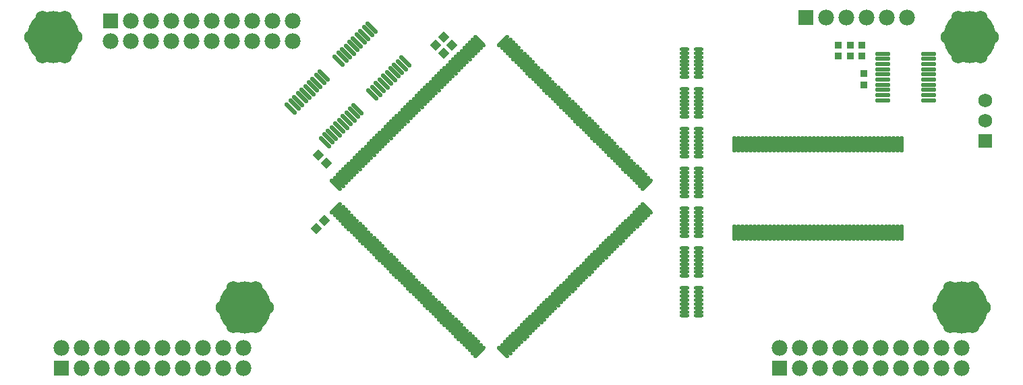
<source format=gts>
%FSLAX44Y44*%
%MOMM*%
G71*
G01*
G75*
G04 Layer_Color=8388736*
%ADD10O,1.7000X0.3500*%
%ADD11R,0.7620X0.7620*%
%ADD12O,1.0000X0.3000*%
%ADD13P,1.0776X4X180.0*%
G04:AMPARAMS|DCode=14|XSize=0.35mm|YSize=1.8mm|CornerRadius=0mm|HoleSize=0mm|Usage=FLASHONLY|Rotation=225.000|XOffset=0mm|YOffset=0mm|HoleType=Round|Shape=Round|*
%AMOVALD14*
21,1,1.4500,0.3500,0.0000,0.0000,315.0*
1,1,0.3500,-0.5127,0.5127*
1,1,0.3500,0.5127,-0.5127*
%
%ADD14OVALD14*%

G04:AMPARAMS|DCode=15|XSize=0.3mm|YSize=1.8mm|CornerRadius=0mm|HoleSize=0mm|Usage=FLASHONLY|Rotation=135.000|XOffset=0mm|YOffset=0mm|HoleType=Round|Shape=Round|*
%AMOVALD15*
21,1,1.5000,0.3000,0.0000,0.0000,225.0*
1,1,0.3000,0.5303,0.5303*
1,1,0.3000,-0.5303,-0.5303*
%
%ADD15OVALD15*%

G04:AMPARAMS|DCode=16|XSize=0.3mm|YSize=1.8mm|CornerRadius=0mm|HoleSize=0mm|Usage=FLASHONLY|Rotation=45.000|XOffset=0mm|YOffset=0mm|HoleType=Round|Shape=Round|*
%AMOVALD16*
21,1,1.5000,0.3000,0.0000,0.0000,135.0*
1,1,0.3000,0.5303,-0.5303*
1,1,0.3000,-0.5303,0.5303*
%
%ADD16OVALD16*%

%ADD17P,1.0776X4X90.0*%
%ADD18O,0.3000X1.9000*%
%ADD19C,0.2000*%
%ADD20C,0.3000*%
%ADD21R,2.1650X2.4540*%
%ADD22R,2.4665X2.5737*%
%ADD23R,2.1110X2.7620*%
%ADD24R,2.0555X2.7112*%
%ADD25C,1.5240*%
%ADD26C,6.3500*%
%ADD27C,1.7780*%
%ADD28R,1.7780X1.7780*%
%ADD29R,1.5240X1.5240*%
%ADD30R,1.7780X1.7780*%
%ADD31C,0.5000*%
%ADD32C,0.6600*%
%ADD33R,1.5000X1.3000*%
G04:AMPARAMS|DCode=34|XSize=0.7mm|YSize=2.1mm|CornerRadius=0mm|HoleSize=0mm|Usage=FLASHONLY|Rotation=135.000|XOffset=0mm|YOffset=0mm|HoleType=Round|Shape=Round|*
%AMOVALD34*
21,1,1.4000,0.7000,0.0000,0.0000,225.0*
1,1,0.7000,0.4950,0.4950*
1,1,0.7000,-0.4950,-0.4950*
%
%ADD34OVALD34*%

%ADD35R,0.7620X0.7620*%
G04:AMPARAMS|DCode=36|XSize=1.016mm|YSize=1.27mm|CornerRadius=0mm|HoleSize=0mm|Usage=FLASHONLY|Rotation=225.000|XOffset=0mm|YOffset=0mm|HoleType=Round|Shape=Rectangle|*
%AMROTATEDRECTD36*
4,1,4,-0.0898,0.8082,0.8082,-0.0898,0.0898,-0.8082,-0.8082,0.0898,-0.0898,0.8082,0.0*
%
%ADD36ROTATEDRECTD36*%

G04:AMPARAMS|DCode=37|XSize=1.3mm|YSize=2mm|CornerRadius=0mm|HoleSize=0mm|Usage=FLASHONLY|Rotation=315.000|XOffset=0mm|YOffset=0mm|HoleType=Round|Shape=Rectangle|*
%AMROTATEDRECTD37*
4,1,4,-1.1667,-0.2475,0.2475,1.1667,1.1667,0.2475,-0.2475,-1.1667,-1.1667,-0.2475,0.0*
%
%ADD37ROTATEDRECTD37*%

G04:AMPARAMS|DCode=38|XSize=1.3mm|YSize=2mm|CornerRadius=0mm|HoleSize=0mm|Usage=FLASHONLY|Rotation=315.000|XOffset=0mm|YOffset=0mm|HoleType=Round|Shape=Round|*
%AMOVALD38*
21,1,0.7000,1.3000,0.0000,0.0000,45.0*
1,1,1.3000,-0.2475,-0.2475*
1,1,1.3000,0.2475,0.2475*
%
%ADD38OVALD38*%

%ADD39R,1.6500X2.3000*%
%ADD40O,0.8000X0.3000*%
%ADD41O,0.3000X0.8000*%
%ADD42R,1.6000X1.6000*%
%ADD43R,1.2700X1.0160*%
G04:AMPARAMS|DCode=44|XSize=1.016mm|YSize=1.27mm|CornerRadius=0mm|HoleSize=0mm|Usage=FLASHONLY|Rotation=135.000|XOffset=0mm|YOffset=0mm|HoleType=Round|Shape=Rectangle|*
%AMROTATEDRECTD44*
4,1,4,0.8082,0.0898,-0.0898,-0.8082,-0.8082,-0.0898,0.0898,0.8082,0.8082,0.0898,0.0*
%
%ADD44ROTATEDRECTD44*%

%ADD45R,1.0160X1.2700*%
%ADD46R,1.3000X1.5000*%
%ADD47C,0.4000*%
%ADD48C,2.0000*%
%ADD49C,0.1270*%
%ADD50C,0.6000*%
%ADD51C,0.2500*%
%ADD52C,0.2540*%
%ADD53C,0.1500*%
%ADD54C,0.5000*%
%ADD55O,1.9032X0.5532*%
%ADD56R,0.9652X0.9652*%
%ADD57O,1.2032X0.5032*%
%ADD58P,1.3650X4X180.0*%
G04:AMPARAMS|DCode=59|XSize=0.5532mm|YSize=2.0032mm|CornerRadius=0mm|HoleSize=0mm|Usage=FLASHONLY|Rotation=225.000|XOffset=0mm|YOffset=0mm|HoleType=Round|Shape=Round|*
%AMOVALD59*
21,1,1.4500,0.5532,0.0000,0.0000,315.0*
1,1,0.5532,-0.5127,0.5127*
1,1,0.5532,0.5127,-0.5127*
%
%ADD59OVALD59*%

G04:AMPARAMS|DCode=60|XSize=0.5032mm|YSize=2.0032mm|CornerRadius=0mm|HoleSize=0mm|Usage=FLASHONLY|Rotation=135.000|XOffset=0mm|YOffset=0mm|HoleType=Round|Shape=Round|*
%AMOVALD60*
21,1,1.5000,0.5032,0.0000,0.0000,225.0*
1,1,0.5032,0.5303,0.5303*
1,1,0.5032,-0.5303,-0.5303*
%
%ADD60OVALD60*%

G04:AMPARAMS|DCode=61|XSize=0.5032mm|YSize=2.0032mm|CornerRadius=0mm|HoleSize=0mm|Usage=FLASHONLY|Rotation=45.000|XOffset=0mm|YOffset=0mm|HoleType=Round|Shape=Round|*
%AMOVALD61*
21,1,1.5000,0.5032,0.0000,0.0000,135.0*
1,1,0.5032,0.5303,-0.5303*
1,1,0.5032,-0.5303,0.5303*
%
%ADD61OVALD61*%

%ADD62P,1.3650X4X90.0*%
%ADD63O,0.5032X2.1032*%
%ADD64C,1.7272*%
%ADD65C,6.5532*%
%ADD66C,1.9812*%
%ADD67R,1.9812X1.9812*%
%ADD68R,1.7272X1.7272*%
%ADD69R,1.9812X1.9812*%
D55*
X1091500Y429250D02*
D03*
X1091500Y422750D02*
D03*
X1091500Y416250D02*
D03*
X1091500Y409750D02*
D03*
Y403250D02*
D03*
Y396750D02*
D03*
Y390250D02*
D03*
X1091500Y383750D02*
D03*
X1091500Y377250D02*
D03*
X1091500Y370750D02*
D03*
X1148500Y429250D02*
D03*
X1148500Y422750D02*
D03*
X1148500Y416250D02*
D03*
X1148500Y409750D02*
D03*
Y403250D02*
D03*
Y396750D02*
D03*
Y390250D02*
D03*
X1148500Y383750D02*
D03*
X1148500Y377250D02*
D03*
X1148500Y370750D02*
D03*
D56*
X1067000Y390000D02*
D03*
Y403970D02*
D03*
X1065127Y425983D02*
D03*
Y439953D02*
D03*
X1050127Y425983D02*
D03*
Y439953D02*
D03*
X1035127Y425983D02*
D03*
Y439953D02*
D03*
D57*
X860000Y100000D02*
D03*
Y105000D02*
D03*
Y110000D02*
D03*
Y115000D02*
D03*
Y120000D02*
D03*
Y125000D02*
D03*
Y130000D02*
D03*
Y135000D02*
D03*
X842194D02*
D03*
Y130000D02*
D03*
Y125000D02*
D03*
Y120000D02*
D03*
Y115000D02*
D03*
Y110000D02*
D03*
Y105000D02*
D03*
Y100000D02*
D03*
X860000Y150000D02*
D03*
Y155000D02*
D03*
Y160000D02*
D03*
Y165000D02*
D03*
Y170000D02*
D03*
Y175000D02*
D03*
Y180000D02*
D03*
Y185000D02*
D03*
X842194D02*
D03*
Y180000D02*
D03*
Y175000D02*
D03*
Y170000D02*
D03*
Y165000D02*
D03*
Y160000D02*
D03*
Y155000D02*
D03*
Y150000D02*
D03*
X860000Y200000D02*
D03*
Y205000D02*
D03*
Y210000D02*
D03*
Y215000D02*
D03*
Y220000D02*
D03*
Y225000D02*
D03*
Y230000D02*
D03*
Y235000D02*
D03*
X842194D02*
D03*
Y230000D02*
D03*
Y225000D02*
D03*
Y220000D02*
D03*
Y215000D02*
D03*
Y210000D02*
D03*
Y205000D02*
D03*
Y200000D02*
D03*
X860000Y250000D02*
D03*
Y255000D02*
D03*
Y260000D02*
D03*
Y265000D02*
D03*
Y270000D02*
D03*
Y275000D02*
D03*
Y280000D02*
D03*
Y285000D02*
D03*
X842194D02*
D03*
Y280000D02*
D03*
Y275000D02*
D03*
Y270000D02*
D03*
Y265000D02*
D03*
Y260000D02*
D03*
Y255000D02*
D03*
Y250000D02*
D03*
X860000Y400000D02*
D03*
Y405000D02*
D03*
Y410000D02*
D03*
Y415000D02*
D03*
Y420000D02*
D03*
Y425000D02*
D03*
Y430000D02*
D03*
Y435000D02*
D03*
X842194D02*
D03*
Y430000D02*
D03*
Y425000D02*
D03*
Y420000D02*
D03*
Y415000D02*
D03*
Y410000D02*
D03*
Y405000D02*
D03*
Y400000D02*
D03*
X860000Y300000D02*
D03*
Y305000D02*
D03*
Y310000D02*
D03*
Y315000D02*
D03*
Y320000D02*
D03*
Y325000D02*
D03*
Y330000D02*
D03*
Y335000D02*
D03*
X842194D02*
D03*
Y330000D02*
D03*
Y325000D02*
D03*
Y320000D02*
D03*
Y315000D02*
D03*
Y310000D02*
D03*
Y305000D02*
D03*
Y300000D02*
D03*
X860000Y350000D02*
D03*
Y355000D02*
D03*
Y360000D02*
D03*
Y365000D02*
D03*
Y370000D02*
D03*
Y375000D02*
D03*
Y380000D02*
D03*
Y385000D02*
D03*
X842194D02*
D03*
Y380000D02*
D03*
Y375000D02*
D03*
Y370000D02*
D03*
Y365000D02*
D03*
Y360000D02*
D03*
Y355000D02*
D03*
Y350000D02*
D03*
D58*
X530122Y439878D02*
D03*
X540000Y430000D02*
D03*
X540122Y449878D02*
D03*
X550000Y440000D02*
D03*
X382659Y301878D02*
D03*
X392537Y292000D02*
D03*
D59*
X449470Y461896D02*
D03*
X444874Y457300D02*
D03*
X440277Y452704D02*
D03*
X435681Y448107D02*
D03*
X431085Y443511D02*
D03*
X426489Y438915D02*
D03*
X421893Y434319D02*
D03*
X417296Y429723D02*
D03*
X412700Y425126D02*
D03*
X408104Y420530D02*
D03*
X491896Y419470D02*
D03*
X487300Y414874D02*
D03*
X482704Y410277D02*
D03*
X478107Y405681D02*
D03*
X473511Y401085D02*
D03*
X468915Y396489D02*
D03*
X464319Y391893D02*
D03*
X459723Y387296D02*
D03*
X455126Y382700D02*
D03*
X450530Y378104D02*
D03*
X389470Y401896D02*
D03*
X384874Y397300D02*
D03*
X380277Y392704D02*
D03*
X375681Y388107D02*
D03*
X371085Y383511D02*
D03*
X366489Y378915D02*
D03*
X361893Y374319D02*
D03*
X357296Y369723D02*
D03*
X352700Y365126D02*
D03*
X348104Y360530D02*
D03*
X431896Y359470D02*
D03*
X427300Y354874D02*
D03*
X422704Y350277D02*
D03*
X418107Y345681D02*
D03*
X413511Y341085D02*
D03*
X408915Y336489D02*
D03*
X404319Y331893D02*
D03*
X399723Y327296D02*
D03*
X395126Y322700D02*
D03*
X390530Y318104D02*
D03*
D60*
X404838Y235151D02*
D03*
X408374Y231615D02*
D03*
X411910Y228080D02*
D03*
X415445Y224544D02*
D03*
X418981Y221009D02*
D03*
X422516Y217473D02*
D03*
X426052Y213938D02*
D03*
X429587Y210402D02*
D03*
X433123Y206866D02*
D03*
X436658Y203331D02*
D03*
X440194Y199795D02*
D03*
X443729Y196260D02*
D03*
X447265Y192724D02*
D03*
X450801Y189189D02*
D03*
X454336Y185653D02*
D03*
X457872Y182118D02*
D03*
X461407Y178582D02*
D03*
X464943Y175047D02*
D03*
X468478Y171511D02*
D03*
X472014Y167976D02*
D03*
X475549Y164440D02*
D03*
X479085Y160905D02*
D03*
X482620Y157369D02*
D03*
X486156Y153834D02*
D03*
X489691Y150298D02*
D03*
X493227Y146762D02*
D03*
X496762Y143227D02*
D03*
X500298Y139691D02*
D03*
X503834Y136156D02*
D03*
X507369Y132620D02*
D03*
X510905Y129085D02*
D03*
X514440Y125549D02*
D03*
X517976Y122014D02*
D03*
X521511Y118478D02*
D03*
X525047Y114943D02*
D03*
X528582Y111407D02*
D03*
X532118Y107872D02*
D03*
X535653Y104336D02*
D03*
X539189Y100801D02*
D03*
X542724Y97265D02*
D03*
X546260Y93729D02*
D03*
X549795Y90194D02*
D03*
X553331Y86658D02*
D03*
X556866Y83123D02*
D03*
X560402Y79587D02*
D03*
X563938Y76052D02*
D03*
X567473Y72516D02*
D03*
X571009Y68981D02*
D03*
X574544Y65445D02*
D03*
X578080Y61910D02*
D03*
X581615Y58374D02*
D03*
X585151Y54839D02*
D03*
X795162Y264849D02*
D03*
X791626Y268385D02*
D03*
X788090Y271920D02*
D03*
X784555Y275456D02*
D03*
X781019Y278991D02*
D03*
X777484Y282527D02*
D03*
X773948Y286063D02*
D03*
X770413Y289598D02*
D03*
X766877Y293134D02*
D03*
X763342Y296669D02*
D03*
X759806Y300205D02*
D03*
X756271Y303740D02*
D03*
X752735Y307276D02*
D03*
X749200Y310811D02*
D03*
X745664Y314347D02*
D03*
X742129Y317882D02*
D03*
X738593Y321418D02*
D03*
X735057Y324953D02*
D03*
X731522Y328489D02*
D03*
X727986Y332024D02*
D03*
X724451Y335560D02*
D03*
X720915Y339095D02*
D03*
X717380Y342631D02*
D03*
X713844Y346166D02*
D03*
X710309Y349702D02*
D03*
X706773Y353238D02*
D03*
X703238Y356773D02*
D03*
X699702Y360309D02*
D03*
X696167Y363844D02*
D03*
X692631Y367380D02*
D03*
X689095Y370915D02*
D03*
X685560Y374451D02*
D03*
X682024Y377986D02*
D03*
X678489Y381522D02*
D03*
X674953Y385057D02*
D03*
X671418Y388593D02*
D03*
X667882Y392128D02*
D03*
X664347Y395664D02*
D03*
X660811Y399200D02*
D03*
X657276Y402735D02*
D03*
X653740Y406271D02*
D03*
X650205Y409806D02*
D03*
X646669Y413342D02*
D03*
X643133Y416877D02*
D03*
X639598Y420413D02*
D03*
X636062Y423948D02*
D03*
X632527Y427484D02*
D03*
X628991Y431019D02*
D03*
X625456Y434555D02*
D03*
X621920Y438090D02*
D03*
X618385Y441626D02*
D03*
X614849Y445162D02*
D03*
D61*
Y54839D02*
D03*
X618385Y58374D02*
D03*
X621920Y61910D02*
D03*
X625456Y65445D02*
D03*
X628991Y68981D02*
D03*
X632527Y72516D02*
D03*
X636062Y76052D02*
D03*
X639598Y79587D02*
D03*
X643133Y83123D02*
D03*
X646669Y86658D02*
D03*
X650205Y90194D02*
D03*
X653740Y93729D02*
D03*
X657276Y97265D02*
D03*
X660811Y100801D02*
D03*
X664347Y104336D02*
D03*
X667882Y107872D02*
D03*
X671418Y111407D02*
D03*
X674953Y114943D02*
D03*
X678489Y118478D02*
D03*
X682024Y122014D02*
D03*
X685560Y125549D02*
D03*
X689095Y129085D02*
D03*
X692631Y132620D02*
D03*
X696167Y136156D02*
D03*
X699702Y139691D02*
D03*
X703238Y143227D02*
D03*
X706773Y146762D02*
D03*
X710309Y150298D02*
D03*
X713844Y153834D02*
D03*
X717380Y157369D02*
D03*
X720915Y160905D02*
D03*
X724451Y164440D02*
D03*
X727986Y167976D02*
D03*
X731522Y171511D02*
D03*
X735057Y175047D02*
D03*
X738593Y178582D02*
D03*
X742129Y182118D02*
D03*
X745664Y185653D02*
D03*
X749200Y189189D02*
D03*
X752735Y192724D02*
D03*
X756271Y196260D02*
D03*
X759806Y199795D02*
D03*
X763342Y203331D02*
D03*
X766877Y206866D02*
D03*
X770413Y210402D02*
D03*
X773948Y213938D02*
D03*
X777484Y217473D02*
D03*
X781019Y221009D02*
D03*
X784555Y224544D02*
D03*
X788090Y228080D02*
D03*
X791626Y231615D02*
D03*
X795162Y235151D02*
D03*
X585151Y445162D02*
D03*
X581615Y441626D02*
D03*
X578080Y438090D02*
D03*
X574544Y434555D02*
D03*
X571009Y431019D02*
D03*
X567473Y427484D02*
D03*
X563938Y423948D02*
D03*
X560402Y420413D02*
D03*
X556866Y416877D02*
D03*
X553331Y413342D02*
D03*
X549795Y409806D02*
D03*
X546260Y406271D02*
D03*
X542724Y402735D02*
D03*
X539189Y399200D02*
D03*
X535653Y395664D02*
D03*
X532118Y392128D02*
D03*
X528582Y388593D02*
D03*
X525047Y385057D02*
D03*
X521511Y381522D02*
D03*
X517976Y377986D02*
D03*
X514440Y374451D02*
D03*
X510905Y370915D02*
D03*
X507369Y367380D02*
D03*
X503834Y363844D02*
D03*
X500298Y360309D02*
D03*
X496762Y356773D02*
D03*
X493227Y353238D02*
D03*
X489691Y349702D02*
D03*
X486156Y346166D02*
D03*
X482620Y342631D02*
D03*
X479085Y339095D02*
D03*
X475549Y335560D02*
D03*
X472014Y332024D02*
D03*
X468478Y328489D02*
D03*
X464943Y324953D02*
D03*
X461407Y321418D02*
D03*
X457872Y317882D02*
D03*
X454336Y314347D02*
D03*
X450801Y310811D02*
D03*
X447265Y307276D02*
D03*
X443729Y303740D02*
D03*
X440194Y300205D02*
D03*
X436658Y296669D02*
D03*
X433123Y293134D02*
D03*
X429587Y289598D02*
D03*
X426052Y286063D02*
D03*
X422516Y282527D02*
D03*
X418981Y278991D02*
D03*
X415445Y275456D02*
D03*
X411910Y271920D02*
D03*
X408374Y268385D02*
D03*
X404838Y264849D02*
D03*
D62*
X389878Y219878D02*
D03*
X380000Y210000D02*
D03*
D63*
X1115000Y315500D02*
D03*
X1110000Y315500D02*
D03*
X1105000D02*
D03*
X1100000D02*
D03*
X1095000D02*
D03*
X1090000D02*
D03*
X1085000Y315500D02*
D03*
X1080000Y315500D02*
D03*
X1075000D02*
D03*
X1070000D02*
D03*
X1065000D02*
D03*
X1060000D02*
D03*
X1055000D02*
D03*
X1050000D02*
D03*
X1045000D02*
D03*
X1040000D02*
D03*
X1035000D02*
D03*
X1030000D02*
D03*
X1025000Y315500D02*
D03*
X1020000D02*
D03*
X1015000D02*
D03*
X1010000Y315500D02*
D03*
X1005000D02*
D03*
X1000000D02*
D03*
X995000D02*
D03*
X990000D02*
D03*
X985000Y315500D02*
D03*
X980000D02*
D03*
X975000D02*
D03*
X970000Y315500D02*
D03*
X965000D02*
D03*
X960000D02*
D03*
X955000D02*
D03*
X950000D02*
D03*
X945000D02*
D03*
X940000D02*
D03*
X935000D02*
D03*
X930000D02*
D03*
X925000D02*
D03*
X920000D02*
D03*
X915000Y315500D02*
D03*
X910000Y315500D02*
D03*
X905000D02*
D03*
X1115000Y204500D02*
D03*
X1110000D02*
D03*
X1105000D02*
D03*
X1100000D02*
D03*
X1095000D02*
D03*
X1090000D02*
D03*
X1085000D02*
D03*
X1080000D02*
D03*
X1075000Y204500D02*
D03*
X1070000D02*
D03*
X1065000D02*
D03*
X1060000Y204500D02*
D03*
X1055000D02*
D03*
X1050000D02*
D03*
X1045000D02*
D03*
X1040000D02*
D03*
X1035000Y204500D02*
D03*
X1030000D02*
D03*
X1025000Y204500D02*
D03*
X1020000D02*
D03*
X1015000D02*
D03*
X1010000D02*
D03*
X1005000D02*
D03*
X1000000D02*
D03*
X995000D02*
D03*
X990000D02*
D03*
X985000D02*
D03*
X980000D02*
D03*
X975000D02*
D03*
X970000Y204500D02*
D03*
X965000D02*
D03*
X960000Y204500D02*
D03*
X955000D02*
D03*
X950000D02*
D03*
X945000D02*
D03*
X940000D02*
D03*
X935000Y204500D02*
D03*
X930000D02*
D03*
X925000D02*
D03*
X920000Y204500D02*
D03*
X915000D02*
D03*
X910000D02*
D03*
X905000D02*
D03*
D64*
X1186030Y474197D02*
D03*
X1213970D02*
D03*
X1227940Y450000D02*
D03*
X1213970Y425803D02*
D03*
X1186030D02*
D03*
X1172060Y450000D02*
D03*
X1220000Y370800D02*
D03*
Y345400D02*
D03*
X36030Y474197D02*
D03*
X63970D02*
D03*
X77940Y450000D02*
D03*
X63970Y425803D02*
D03*
X36030D02*
D03*
X22060Y450000D02*
D03*
X1203970Y134997D02*
D03*
X1176030D02*
D03*
X1162060Y110800D02*
D03*
X1176030Y86603D02*
D03*
X1203970D02*
D03*
X1217940Y110800D02*
D03*
X303970Y134997D02*
D03*
X276030D02*
D03*
X262060Y110800D02*
D03*
X276030Y86603D02*
D03*
X303970D02*
D03*
X317940Y110800D02*
D03*
D65*
X1200000Y450000D02*
D03*
X50000D02*
D03*
X1190000Y110800D02*
D03*
X290000Y110800D02*
D03*
D66*
X1122000Y475000D02*
D03*
X1096600Y475000D02*
D03*
X1071200Y475000D02*
D03*
X1020400Y475000D02*
D03*
X1045800Y475000D02*
D03*
X197624Y444595D02*
D03*
X121424Y444595D02*
D03*
X223023Y469995D02*
D03*
X223023Y444595D02*
D03*
X197624Y469995D02*
D03*
X172223Y469995D02*
D03*
X146823Y469995D02*
D03*
X146823Y444595D02*
D03*
X172223Y444595D02*
D03*
X248424Y444595D02*
D03*
X273824Y469995D02*
D03*
Y444595D02*
D03*
X299223Y469995D02*
D03*
Y444595D02*
D03*
X324623Y469995D02*
D03*
Y444595D02*
D03*
X350023Y469995D02*
D03*
Y444595D02*
D03*
X248424Y469995D02*
D03*
X187000Y34600D02*
D03*
X288600Y60000D02*
D03*
Y34600D02*
D03*
X263200Y60000D02*
D03*
Y34600D02*
D03*
X237800Y60000D02*
D03*
Y34600D02*
D03*
X212400Y60000D02*
D03*
Y34600D02*
D03*
X187000Y60000D02*
D03*
X110800Y60000D02*
D03*
X85400Y60000D02*
D03*
X85400Y34600D02*
D03*
X110800Y34600D02*
D03*
X136200Y34600D02*
D03*
X161600Y60000D02*
D03*
X161600Y34600D02*
D03*
X60000Y60000D02*
D03*
X136200Y60000D02*
D03*
X1088400Y34600D02*
D03*
X1190000Y60000D02*
D03*
Y34600D02*
D03*
X1164600Y60000D02*
D03*
Y34600D02*
D03*
X1139200Y60000D02*
D03*
Y34600D02*
D03*
X1113800Y60000D02*
D03*
Y34600D02*
D03*
X1088400Y60000D02*
D03*
X1012200Y60000D02*
D03*
X986800Y60000D02*
D03*
X986800Y34600D02*
D03*
X1012200Y34600D02*
D03*
X1037600Y34600D02*
D03*
X1063000Y60000D02*
D03*
X1063000Y34600D02*
D03*
X961400Y60000D02*
D03*
X1037600Y60000D02*
D03*
D67*
X995000Y475000D02*
D03*
D68*
X1220000Y320000D02*
D03*
D69*
X121424Y469995D02*
D03*
X60000Y34600D02*
D03*
X961400Y34600D02*
D03*
M02*

</source>
